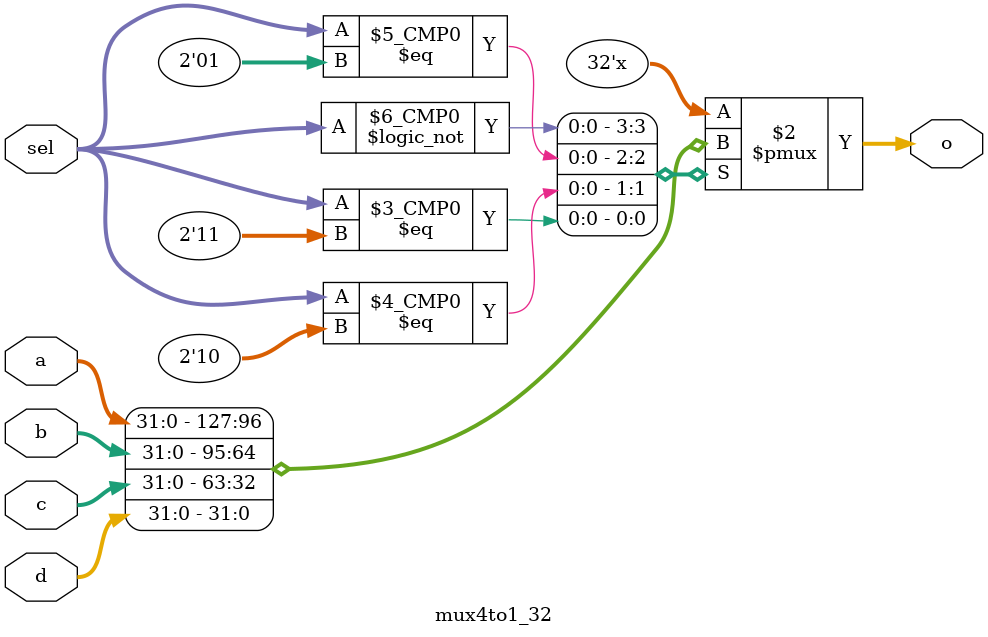
<source format=v>
`timescale 1ns / 1ps
module mux4to1_32(
                    a,
	                b,
	                c,
	                d,
	                sel,
	                o
                    );
    input wire [31: 0] a, b, c, d;
    input wire [ 1: 0] sel;
    output reg [31: 0] o;

    always @(*) begin
	    case(sel)
		    2'b00:o <= a;
			2'b01:o <= b;
			2'b10:o <= c;
			2'b11:o <= d;
		endcase
	end

endmodule

</source>
